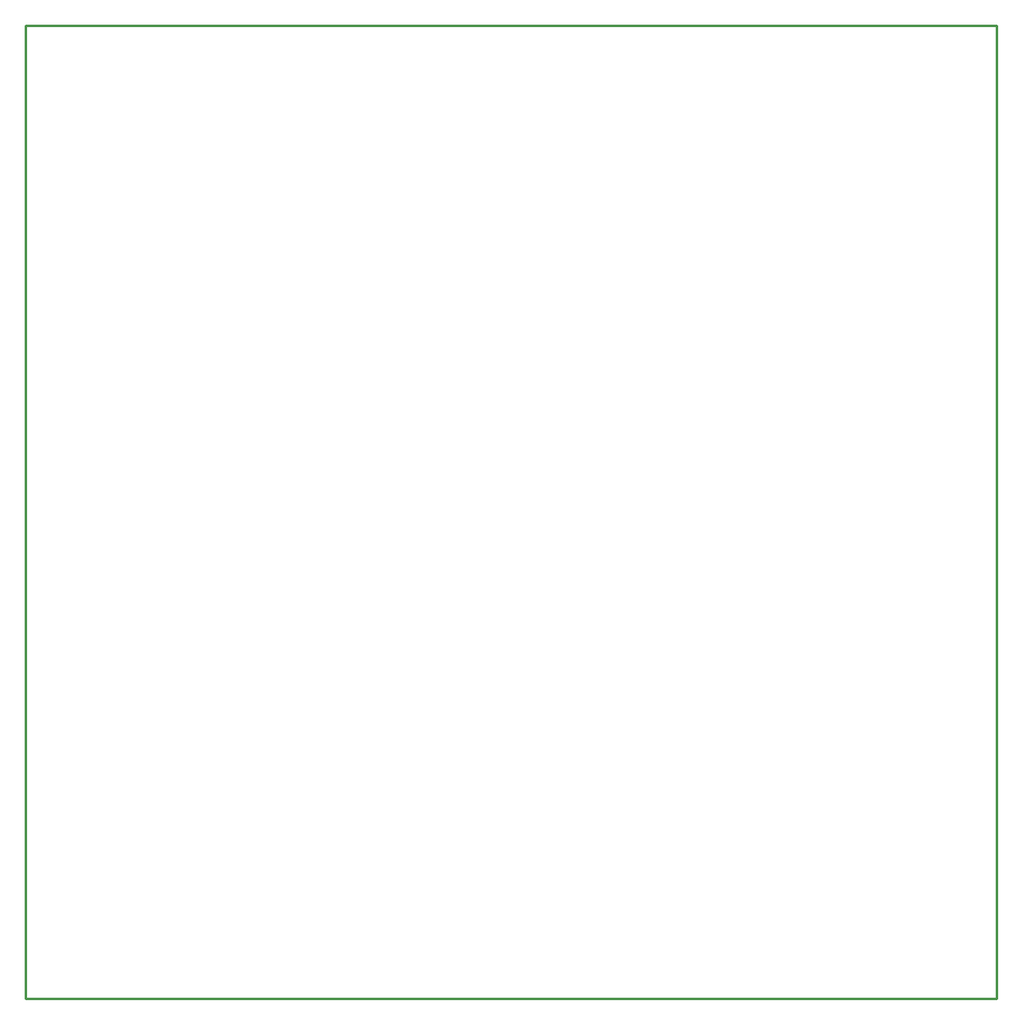
<source format=gko>
G04 Layer_Color=16711935*
%FSLAX25Y25*%
%MOIN*%
G70*
G01*
G75*
%ADD11C,0.01000*%
D11*
X0Y0D02*
X394000D01*
X0D02*
Y394500D01*
X394000D01*
Y0D02*
Y394500D01*
M02*

</source>
